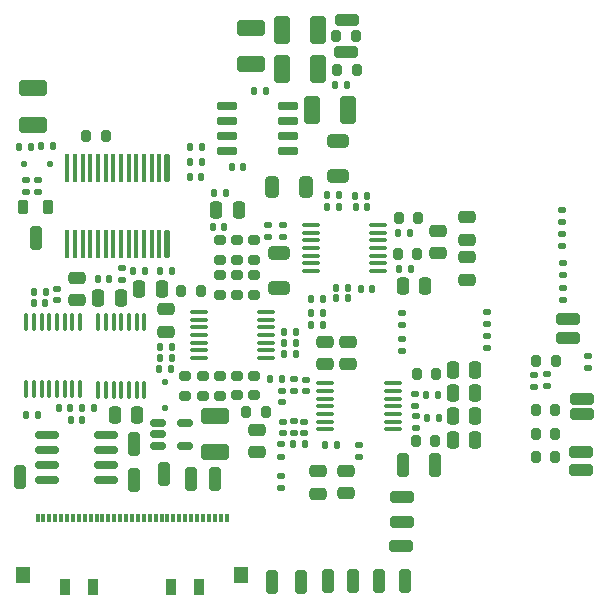
<source format=gbr>
%TF.GenerationSoftware,KiCad,Pcbnew,9.0.0*%
%TF.CreationDate,2025-11-21T22:56:44-08:00*%
%TF.ProjectId,MegaAV_Pro_VA0,4d656761-4156-45f5-9072-6f5f5641302e,rev?*%
%TF.SameCoordinates,Original*%
%TF.FileFunction,Paste,Top*%
%TF.FilePolarity,Positive*%
%FSLAX46Y46*%
G04 Gerber Fmt 4.6, Leading zero omitted, Abs format (unit mm)*
G04 Created by KiCad (PCBNEW 9.0.0) date 2025-11-21 22:56:44*
%MOMM*%
%LPD*%
G01*
G04 APERTURE LIST*
G04 Aperture macros list*
%AMRoundRect*
0 Rectangle with rounded corners*
0 $1 Rounding radius*
0 $2 $3 $4 $5 $6 $7 $8 $9 X,Y pos of 4 corners*
0 Add a 4 corners polygon primitive as box body*
4,1,4,$2,$3,$4,$5,$6,$7,$8,$9,$2,$3,0*
0 Add four circle primitives for the rounded corners*
1,1,$1+$1,$2,$3*
1,1,$1+$1,$4,$5*
1,1,$1+$1,$6,$7*
1,1,$1+$1,$8,$9*
0 Add four rect primitives between the rounded corners*
20,1,$1+$1,$2,$3,$4,$5,0*
20,1,$1+$1,$4,$5,$6,$7,0*
20,1,$1+$1,$6,$7,$8,$9,0*
20,1,$1+$1,$8,$9,$2,$3,0*%
G04 Aperture macros list end*
%ADD10RoundRect,0.200000X-0.200000X-0.275000X0.200000X-0.275000X0.200000X0.275000X-0.200000X0.275000X0*%
%ADD11RoundRect,0.140000X0.140000X0.170000X-0.140000X0.170000X-0.140000X-0.170000X0.140000X-0.170000X0*%
%ADD12RoundRect,0.140000X-0.140000X-0.170000X0.140000X-0.170000X0.140000X0.170000X-0.140000X0.170000X0*%
%ADD13RoundRect,0.250000X-0.250000X-0.750000X0.250000X-0.750000X0.250000X0.750000X-0.250000X0.750000X0*%
%ADD14RoundRect,0.135000X0.185000X-0.135000X0.185000X0.135000X-0.185000X0.135000X-0.185000X-0.135000X0*%
%ADD15RoundRect,0.135000X0.135000X0.185000X-0.135000X0.185000X-0.135000X-0.185000X0.135000X-0.185000X0*%
%ADD16RoundRect,0.135000X-0.135000X-0.185000X0.135000X-0.185000X0.135000X0.185000X-0.135000X0.185000X0*%
%ADD17RoundRect,0.100000X0.637500X0.100000X-0.637500X0.100000X-0.637500X-0.100000X0.637500X-0.100000X0*%
%ADD18RoundRect,0.140000X-0.170000X0.140000X-0.170000X-0.140000X0.170000X-0.140000X0.170000X0.140000X0*%
%ADD19RoundRect,0.200000X0.275000X-0.200000X0.275000X0.200000X-0.275000X0.200000X-0.275000X-0.200000X0*%
%ADD20RoundRect,0.250000X0.475000X-0.250000X0.475000X0.250000X-0.475000X0.250000X-0.475000X-0.250000X0*%
%ADD21RoundRect,0.200000X-0.275000X0.200000X-0.275000X-0.200000X0.275000X-0.200000X0.275000X0.200000X0*%
%ADD22RoundRect,0.200000X0.200000X0.275000X-0.200000X0.275000X-0.200000X-0.275000X0.200000X-0.275000X0*%
%ADD23RoundRect,0.250000X0.750000X-0.250000X0.750000X0.250000X-0.750000X0.250000X-0.750000X-0.250000X0*%
%ADD24RoundRect,0.250000X-0.250000X-0.475000X0.250000X-0.475000X0.250000X0.475000X-0.250000X0.475000X0*%
%ADD25RoundRect,0.135000X-0.185000X0.135000X-0.185000X-0.135000X0.185000X-0.135000X0.185000X0.135000X0*%
%ADD26RoundRect,0.218750X0.218750X0.381250X-0.218750X0.381250X-0.218750X-0.381250X0.218750X-0.381250X0*%
%ADD27RoundRect,0.250000X-0.925000X0.412500X-0.925000X-0.412500X0.925000X-0.412500X0.925000X0.412500X0*%
%ADD28RoundRect,0.106250X-0.106250X1.118750X-0.106250X-1.118750X0.106250X-1.118750X0.106250X1.118750X0*%
%ADD29RoundRect,0.100000X-0.100000X1.125000X-0.100000X-1.125000X0.100000X-1.125000X0.100000X1.125000X0*%
%ADD30RoundRect,0.250000X0.250000X0.475000X-0.250000X0.475000X-0.250000X-0.475000X0.250000X-0.475000X0*%
%ADD31RoundRect,0.100000X-0.637500X-0.100000X0.637500X-0.100000X0.637500X0.100000X-0.637500X0.100000X0*%
%ADD32RoundRect,0.250000X0.925000X-0.412500X0.925000X0.412500X-0.925000X0.412500X-0.925000X-0.412500X0*%
%ADD33RoundRect,0.250000X-0.412500X-0.925000X0.412500X-0.925000X0.412500X0.925000X-0.412500X0.925000X0*%
%ADD34RoundRect,0.250000X0.650000X-0.325000X0.650000X0.325000X-0.650000X0.325000X-0.650000X-0.325000X0*%
%ADD35RoundRect,0.150000X-0.512500X-0.150000X0.512500X-0.150000X0.512500X0.150000X-0.512500X0.150000X0*%
%ADD36RoundRect,0.150000X0.725000X0.150000X-0.725000X0.150000X-0.725000X-0.150000X0.725000X-0.150000X0*%
%ADD37RoundRect,0.140000X0.170000X-0.140000X0.170000X0.140000X-0.170000X0.140000X-0.170000X-0.140000X0*%
%ADD38RoundRect,0.250000X0.325000X0.650000X-0.325000X0.650000X-0.325000X-0.650000X0.325000X-0.650000X0*%
%ADD39RoundRect,0.250000X-0.475000X0.250000X-0.475000X-0.250000X0.475000X-0.250000X0.475000X0.250000X0*%
%ADD40R,0.300000X0.800000*%
%ADD41R,1.220000X1.400000*%
%ADD42R,0.850000X1.400000*%
%ADD43RoundRect,0.100000X0.100000X-0.637500X0.100000X0.637500X-0.100000X0.637500X-0.100000X-0.637500X0*%
%ADD44RoundRect,0.125000X-0.125000X-0.125000X0.125000X-0.125000X0.125000X0.125000X-0.125000X0.125000X0*%
%ADD45RoundRect,0.150000X0.825000X0.150000X-0.825000X0.150000X-0.825000X-0.150000X0.825000X-0.150000X0*%
%ADD46RoundRect,0.125000X0.125000X-0.125000X0.125000X0.125000X-0.125000X0.125000X-0.125000X-0.125000X0*%
G04 APERTURE END LIST*
D10*
%TO.C,R56*%
X196994696Y-96539750D03*
X198644696Y-96539750D03*
%TD*%
D11*
%TO.C,C39*%
X187485813Y-112715431D03*
X186525813Y-112715431D03*
%TD*%
D12*
%TO.C,C8*%
X176830000Y-117110000D03*
X177790000Y-117110000D03*
%TD*%
D13*
%TO.C,B_IN1*%
X182381242Y-133628613D03*
%TD*%
D14*
%TO.C,R21*%
X209725000Y-122970000D03*
X209725000Y-121950000D03*
%TD*%
D15*
%TO.C,R72*%
X187654016Y-109827898D03*
X186634016Y-109827898D03*
%TD*%
D12*
%TO.C,C31*%
X188147276Y-107608121D03*
X189107276Y-107608121D03*
%TD*%
D15*
%TO.C,R40*%
X203353910Y-116269479D03*
X202333910Y-116269479D03*
%TD*%
D13*
%TO.C,S_IN1*%
X170250000Y-133900000D03*
%TD*%
D11*
%TO.C,C17*%
X193567500Y-122530000D03*
X192607500Y-122530000D03*
%TD*%
D16*
%TO.C,R46*%
X198585000Y-110075000D03*
X199605000Y-110075000D03*
%TD*%
D13*
%TO.C,REGION*%
X171602004Y-113618487D03*
%TD*%
D17*
%TO.C,U7*%
X200537500Y-116450000D03*
X200537500Y-115800000D03*
X200537500Y-115150000D03*
X200537500Y-114500000D03*
X200537500Y-113850000D03*
X200537500Y-113200000D03*
X200537500Y-112550000D03*
X194812500Y-112550000D03*
X194812500Y-113200000D03*
X194812500Y-113850000D03*
X194812500Y-114500000D03*
X194812500Y-115150000D03*
X194812500Y-115800000D03*
X194812500Y-116450000D03*
%TD*%
D13*
%TO.C,G_IN1*%
X184724110Y-134073698D03*
%TD*%
D18*
%TO.C,C11*%
X192450000Y-129195000D03*
X192450000Y-130155000D03*
%TD*%
D19*
%TO.C,R13*%
X184212343Y-126993911D03*
X184212343Y-125343911D03*
%TD*%
D13*
%TO.C,CD_L1*%
X200620000Y-142700000D03*
%TD*%
%TO.C,CLK_IN1*%
X179862995Y-134148552D03*
%TD*%
D20*
%TO.C,C26*%
X205600662Y-114961633D03*
X205600662Y-113061633D03*
%TD*%
D14*
%TO.C,R63*%
X216145000Y-112275000D03*
X216145000Y-111255000D03*
%TD*%
D21*
%TO.C,R37*%
X188581609Y-116814454D03*
X188581609Y-118464454D03*
%TD*%
D22*
%TO.C,R26*%
X205443559Y-125141974D03*
X203793559Y-125141974D03*
%TD*%
D23*
%TO.C,SR3*%
X216650000Y-122125000D03*
%TD*%
D24*
%TO.C,C10*%
X176830000Y-118700000D03*
X178730000Y-118700000D03*
%TD*%
D25*
%TO.C,R32*%
X203740459Y-128700114D03*
X203740459Y-129720114D03*
%TD*%
D12*
%TO.C,C36*%
X198645000Y-111025000D03*
X199605000Y-111025000D03*
%TD*%
D26*
%TO.C,L1*%
X172561496Y-111034565D03*
X170436496Y-111034565D03*
%TD*%
D14*
%TO.C,R18*%
X192281530Y-132157988D03*
X192281530Y-131137988D03*
%TD*%
D23*
%TO.C,CHROMA1*%
X197845270Y-97905149D03*
%TD*%
D13*
%TO.C,GND2*%
X179858948Y-131075199D03*
%TD*%
D14*
%TO.C,R7*%
X193400000Y-126625000D03*
X193400000Y-125605000D03*
%TD*%
D15*
%TO.C,R27*%
X205610000Y-126925000D03*
X204590000Y-126925000D03*
%TD*%
D11*
%TO.C,C5*%
X182980984Y-124742600D03*
X182020984Y-124742600D03*
%TD*%
D23*
%TO.C,FM_R1*%
X202540000Y-137660000D03*
%TD*%
D20*
%TO.C,C4*%
X195460000Y-135290000D03*
X195460000Y-133390000D03*
%TD*%
D23*
%TO.C,HPL_SL2*%
X217825491Y-127271000D03*
%TD*%
D15*
%TO.C,R20*%
X183055381Y-122842576D03*
X182035381Y-122842576D03*
%TD*%
D10*
%TO.C,R15*%
X213872873Y-132177633D03*
X215522873Y-132177633D03*
%TD*%
D13*
%TO.C,HP_L1*%
X202675000Y-132875000D03*
%TD*%
D10*
%TO.C,R57*%
X197060751Y-99413531D03*
X198710751Y-99413531D03*
%TD*%
D11*
%TO.C,C18*%
X193567500Y-121610000D03*
X192607500Y-121610000D03*
%TD*%
D13*
%TO.C,HP_R1*%
X205325000Y-132865000D03*
%TD*%
D27*
%TO.C,C56*%
X186764264Y-128685429D03*
X186764264Y-131760429D03*
%TD*%
D21*
%TO.C,R38*%
X187116822Y-116799507D03*
X187116822Y-118449507D03*
%TD*%
D12*
%TO.C,C37*%
X199090000Y-117975000D03*
X200050000Y-117975000D03*
%TD*%
D28*
%TO.C,U8*%
X182662500Y-107755000D03*
D29*
X182025000Y-107755000D03*
X181375000Y-107755000D03*
X180725000Y-107755000D03*
X180075000Y-107755000D03*
X179425000Y-107755000D03*
X178775000Y-107755000D03*
X178125000Y-107755000D03*
X177475000Y-107755000D03*
X176825000Y-107755000D03*
X176175000Y-107755000D03*
X175525000Y-107755000D03*
X174875000Y-107755000D03*
X174225000Y-107755000D03*
X174225000Y-114205000D03*
X174875000Y-114205000D03*
X175525000Y-114205000D03*
X176175000Y-114205000D03*
X176825000Y-114205000D03*
X177475000Y-114205000D03*
X178125000Y-114205000D03*
X178775000Y-114205000D03*
X179425000Y-114205000D03*
X180075000Y-114205000D03*
X180725000Y-114205000D03*
X181375000Y-114205000D03*
X182025000Y-114205000D03*
D28*
X182662500Y-114205000D03*
%TD*%
D14*
%TO.C,R30*%
X213773039Y-126234349D03*
X213773039Y-125214349D03*
%TD*%
D15*
%TO.C,R41*%
X203235000Y-113200000D03*
X202215000Y-113200000D03*
%TD*%
%TO.C,R68*%
X171157773Y-105917981D03*
X170137773Y-105917981D03*
%TD*%
%TO.C,R48*%
X195885000Y-118800000D03*
X194865000Y-118800000D03*
%TD*%
D20*
%TO.C,C15*%
X198025000Y-124325000D03*
X198025000Y-122425000D03*
%TD*%
D30*
%TO.C,C38*%
X188751676Y-111277738D03*
X186851676Y-111277738D03*
%TD*%
D25*
%TO.C,R23*%
X202600000Y-122230000D03*
X202600000Y-123250000D03*
%TD*%
D13*
%TO.C,32X_L1*%
X196280000Y-142730000D03*
%TD*%
D31*
%TO.C,U3*%
X196057500Y-125950000D03*
X196057500Y-126600000D03*
X196057500Y-127250000D03*
X196057500Y-127900000D03*
X196057500Y-128550000D03*
X196057500Y-129200000D03*
X196057500Y-129850000D03*
X201782500Y-129850000D03*
X201782500Y-129200000D03*
X201782500Y-128550000D03*
X201782500Y-127900000D03*
X201782500Y-127250000D03*
X201782500Y-126600000D03*
X201782500Y-125950000D03*
%TD*%
D16*
%TO.C,R69*%
X182100000Y-116440000D03*
X183120000Y-116440000D03*
%TD*%
D19*
%TO.C,R14*%
X190054393Y-126951459D03*
X190054393Y-125301459D03*
%TD*%
D14*
%TO.C,R31*%
X203649079Y-127849561D03*
X203649079Y-126829561D03*
%TD*%
D25*
%TO.C,R22*%
X209750000Y-119925000D03*
X209750000Y-120945000D03*
%TD*%
D22*
%TO.C,R35*%
X185511639Y-118163918D03*
X183861639Y-118163918D03*
%TD*%
D23*
%TO.C,SL3*%
X216650000Y-120475000D03*
%TD*%
%TO.C,HPL_SL1*%
X217832965Y-128540707D03*
%TD*%
D14*
%TO.C,R25*%
X198935017Y-132160071D03*
X198935017Y-131140071D03*
%TD*%
D32*
%TO.C,C48*%
X171275000Y-104062500D03*
X171275000Y-100987500D03*
%TD*%
D11*
%TO.C,C32*%
X185570000Y-108520000D03*
X184610000Y-108520000D03*
%TD*%
D13*
%TO.C,R_IN1*%
X186729530Y-134029302D03*
%TD*%
D33*
%TO.C,C47*%
X192396688Y-99338485D03*
X195471688Y-99338485D03*
%TD*%
D25*
%TO.C,R61*%
X214845472Y-125203078D03*
X214845472Y-126223078D03*
%TD*%
D14*
%TO.C,R71*%
X178860000Y-117250000D03*
X178860000Y-116230000D03*
%TD*%
D18*
%TO.C,C49*%
X171759471Y-108774711D03*
X171759471Y-109734711D03*
%TD*%
D16*
%TO.C,R2*%
X171410000Y-118190000D03*
X172430000Y-118190000D03*
%TD*%
D10*
%TO.C,R17*%
X213938265Y-124046570D03*
X215588265Y-124046570D03*
%TD*%
D23*
%TO.C,HPR_SL2*%
X217724912Y-131807118D03*
%TD*%
D34*
%TO.C,C44*%
X197150000Y-108375000D03*
X197150000Y-105425000D03*
%TD*%
D35*
%TO.C,U9*%
X181923297Y-129331303D03*
X181923297Y-130281303D03*
X181923297Y-131231303D03*
X184198297Y-131231303D03*
X184198297Y-129331303D03*
%TD*%
D16*
%TO.C,R1*%
X182030399Y-123791699D03*
X183050399Y-123791699D03*
%TD*%
D14*
%TO.C,R19*%
X192320000Y-134820000D03*
X192320000Y-133800000D03*
%TD*%
D33*
%TO.C,C46*%
X192357453Y-96035241D03*
X195432453Y-96035241D03*
%TD*%
D11*
%TO.C,C6*%
X172370000Y-119180000D03*
X171410000Y-119180000D03*
%TD*%
D12*
%TO.C,C23*%
X174530362Y-129091467D03*
X175490362Y-129091467D03*
%TD*%
D22*
%TO.C,R39*%
X203839864Y-115025157D03*
X202189864Y-115025157D03*
%TD*%
D13*
%TO.C,GND1*%
X193970000Y-142820000D03*
%TD*%
%TO.C,5V1*%
X191510000Y-142820000D03*
%TD*%
D19*
%TO.C,R43*%
X190067882Y-115483500D03*
X190067882Y-113833500D03*
%TD*%
D30*
%TO.C,C28*%
X182204351Y-117940023D03*
X180304351Y-117940023D03*
%TD*%
D15*
%TO.C,R55*%
X197260000Y-110050000D03*
X196240000Y-110050000D03*
%TD*%
%TO.C,R28*%
X205660000Y-128875000D03*
X204640000Y-128875000D03*
%TD*%
D19*
%TO.C,R9*%
X185677130Y-126993911D03*
X185677130Y-125343911D03*
%TD*%
D11*
%TO.C,C34*%
X185605000Y-105975000D03*
X184645000Y-105975000D03*
%TD*%
D23*
%TO.C,LUMA1*%
X197910039Y-95181405D03*
%TD*%
D20*
%TO.C,C14*%
X196050000Y-124325000D03*
X196050000Y-122425000D03*
%TD*%
D36*
%TO.C,U6*%
X192880834Y-106277760D03*
X192880834Y-105007760D03*
X192880834Y-103737760D03*
X192880834Y-102467760D03*
X187730834Y-102467760D03*
X187730834Y-103737760D03*
X187730834Y-105007760D03*
X187730834Y-106277760D03*
%TD*%
D14*
%TO.C,R65*%
X216150000Y-116795000D03*
X216150000Y-115775000D03*
%TD*%
D16*
%TO.C,R49*%
X196240000Y-111050000D03*
X197260000Y-111050000D03*
%TD*%
D37*
%TO.C,C50*%
X170712693Y-109734711D03*
X170712693Y-108774711D03*
%TD*%
D18*
%TO.C,C12*%
X194425000Y-125640000D03*
X194425000Y-126600000D03*
%TD*%
D20*
%TO.C,C27*%
X208050662Y-113786633D03*
X208050662Y-111886633D03*
%TD*%
D15*
%TO.C,R3*%
X176480000Y-128040000D03*
X175460000Y-128040000D03*
%TD*%
D22*
%TO.C,R29*%
X205364253Y-130878458D03*
X203714253Y-130878458D03*
%TD*%
D38*
%TO.C,C43*%
X194463383Y-109304456D03*
X191513383Y-109304456D03*
%TD*%
D20*
%TO.C,C24*%
X208050662Y-117186633D03*
X208050662Y-115286633D03*
%TD*%
D13*
%TO.C,CD_R1*%
X202790000Y-142700000D03*
%TD*%
D37*
%TO.C,C13*%
X194300000Y-130175000D03*
X194300000Y-129215000D03*
%TD*%
D20*
%TO.C,C1*%
X175050000Y-118900000D03*
X175050000Y-117000000D03*
%TD*%
D33*
%TO.C,C45*%
X194937500Y-102800000D03*
X198012500Y-102800000D03*
%TD*%
D16*
%TO.C,R6*%
X170760000Y-128680000D03*
X171780000Y-128680000D03*
%TD*%
D25*
%TO.C,R8*%
X193375000Y-129180000D03*
X193375000Y-130200000D03*
%TD*%
D30*
%TO.C,C55*%
X180136731Y-128643255D03*
X178236731Y-128643255D03*
%TD*%
D19*
%TO.C,R44*%
X188603095Y-115476027D03*
X188603095Y-113826027D03*
%TD*%
D15*
%TO.C,R4*%
X192371088Y-125597715D03*
X191351088Y-125597715D03*
%TD*%
D30*
%TO.C,C19*%
X208750000Y-124800000D03*
X206850000Y-124800000D03*
%TD*%
D39*
%TO.C,C29*%
X182544235Y-119700010D03*
X182544235Y-121600010D03*
%TD*%
D10*
%TO.C,R33*%
X213895293Y-130215865D03*
X215545293Y-130215865D03*
%TD*%
D20*
%TO.C,C54*%
X190264255Y-131776439D03*
X190264255Y-129876439D03*
%TD*%
D16*
%TO.C,R66*%
X196871919Y-100674356D03*
X197891919Y-100674356D03*
%TD*%
D30*
%TO.C,C21*%
X208750000Y-128750000D03*
X206850000Y-128750000D03*
%TD*%
D23*
%TO.C,HPR_SL1*%
X217729895Y-133270659D03*
%TD*%
D15*
%TO.C,R70*%
X180820000Y-116440000D03*
X179800000Y-116440000D03*
%TD*%
D30*
%TO.C,C22*%
X208750000Y-130725000D03*
X206850000Y-130725000D03*
%TD*%
D34*
%TO.C,C42*%
X192175000Y-117900000D03*
X192175000Y-114950000D03*
%TD*%
D16*
%TO.C,R47*%
X196940000Y-118775000D03*
X197960000Y-118775000D03*
%TD*%
D30*
%TO.C,C20*%
X208750000Y-126775000D03*
X206850000Y-126775000D03*
%TD*%
D15*
%TO.C,R16*%
X195910807Y-121043428D03*
X194890807Y-121043428D03*
%TD*%
D12*
%TO.C,C7*%
X173530000Y-128050000D03*
X174490000Y-128050000D03*
%TD*%
%TO.C,C35*%
X196995000Y-117850000D03*
X197955000Y-117850000D03*
%TD*%
D40*
%TO.C,Z1*%
X171700000Y-137360000D03*
X172200000Y-137360000D03*
X172700000Y-137360000D03*
X173200000Y-137360000D03*
X173700000Y-137360000D03*
X174200000Y-137360000D03*
X174700000Y-137360000D03*
X175200000Y-137360000D03*
X175700000Y-137360000D03*
X176200000Y-137360000D03*
X176700000Y-137360000D03*
X177200000Y-137360000D03*
X177700000Y-137360000D03*
X178200000Y-137360000D03*
X178700000Y-137360000D03*
X179200000Y-137360000D03*
X179700000Y-137360000D03*
X180200000Y-137360000D03*
X180700000Y-137360000D03*
X181200000Y-137360000D03*
X181700000Y-137360000D03*
X182200000Y-137360000D03*
X182700000Y-137360000D03*
X183200000Y-137360000D03*
X183700000Y-137360000D03*
X184200000Y-137360000D03*
X184700000Y-137360000D03*
X185200000Y-137360000D03*
X185700000Y-137360000D03*
X186200000Y-137360000D03*
X186700000Y-137360000D03*
X187200000Y-137360000D03*
X187700000Y-137360000D03*
D41*
X170460000Y-142210000D03*
D42*
X174025000Y-143220000D03*
X176375000Y-143220000D03*
X183025000Y-143220000D03*
X185375000Y-143220000D03*
D41*
X188940000Y-142210000D03*
%TD*%
D20*
%TO.C,C3*%
X197830000Y-135280000D03*
X197830000Y-133380000D03*
%TD*%
D23*
%TO.C,FM_L1*%
X202510000Y-139750000D03*
%TD*%
D16*
%TO.C,R5*%
X193315000Y-131100000D03*
X194335000Y-131100000D03*
%TD*%
D43*
%TO.C,U1*%
X176835000Y-126497500D03*
X177485000Y-126497500D03*
X178135000Y-126497500D03*
X178785000Y-126497500D03*
X179435000Y-126497500D03*
X180085000Y-126497500D03*
X180735000Y-126497500D03*
X180735000Y-120772500D03*
X180085000Y-120772500D03*
X179435000Y-120772500D03*
X178785000Y-120772500D03*
X178135000Y-120772500D03*
X177485000Y-120772500D03*
X176835000Y-120772500D03*
%TD*%
D16*
%TO.C,R59*%
X171998651Y-105873140D03*
X173018651Y-105873140D03*
%TD*%
D19*
%TO.C,R10*%
X187134444Y-126993911D03*
X187134444Y-125343911D03*
%TD*%
D44*
%TO.C,D2*%
X170526869Y-107375294D03*
X172726869Y-107375294D03*
%TD*%
D25*
%TO.C,R60*%
X218341897Y-123638145D03*
X218341897Y-124658145D03*
%TD*%
D10*
%TO.C,R34*%
X213899030Y-128257158D03*
X215549030Y-128257158D03*
%TD*%
D14*
%TO.C,R54*%
X191250000Y-113560000D03*
X191250000Y-112540000D03*
%TD*%
D11*
%TO.C,C16*%
X193567500Y-123450000D03*
X192607500Y-123450000D03*
%TD*%
D16*
%TO.C,R67*%
X190039749Y-101205031D03*
X191059749Y-101205031D03*
%TD*%
D14*
%TO.C,R62*%
X216145000Y-114305000D03*
X216145000Y-113285000D03*
%TD*%
D10*
%TO.C,R58*%
X175810594Y-104999939D03*
X177460594Y-104999939D03*
%TD*%
D12*
%TO.C,C30*%
X196070000Y-131150000D03*
X197030000Y-131150000D03*
%TD*%
D43*
%TO.C,U2*%
X170760000Y-126480000D03*
X171410000Y-126480000D03*
X172060000Y-126480000D03*
X172710000Y-126480000D03*
X173360000Y-126480000D03*
X174010000Y-126480000D03*
X174660000Y-126480000D03*
X175310000Y-126480000D03*
X175310000Y-120755000D03*
X174660000Y-120755000D03*
X174010000Y-120755000D03*
X173360000Y-120755000D03*
X172710000Y-120755000D03*
X172060000Y-120755000D03*
X171410000Y-120755000D03*
X170760000Y-120755000D03*
%TD*%
D24*
%TO.C,C25*%
X202622567Y-117738003D03*
X204522567Y-117738003D03*
%TD*%
D17*
%TO.C,U4*%
X191070000Y-123830000D03*
X191070000Y-123180000D03*
X191070000Y-122530000D03*
X191070000Y-121880000D03*
X191070000Y-121230000D03*
X191070000Y-120580000D03*
X191070000Y-119930000D03*
X185345000Y-119930000D03*
X185345000Y-120580000D03*
X185345000Y-121230000D03*
X185345000Y-121880000D03*
X185345000Y-122530000D03*
X185345000Y-123180000D03*
X185345000Y-123830000D03*
%TD*%
D14*
%TO.C,R52*%
X192500000Y-113550000D03*
X192500000Y-112530000D03*
%TD*%
D10*
%TO.C,R12*%
X189382413Y-128363756D03*
X191032413Y-128363756D03*
%TD*%
D19*
%TO.C,R11*%
X188600816Y-126987580D03*
X188600816Y-125337580D03*
%TD*%
D37*
%TO.C,C2*%
X173350000Y-118900000D03*
X173350000Y-117940000D03*
%TD*%
D13*
%TO.C,32X_R1*%
X198440000Y-142720000D03*
%TD*%
D25*
%TO.C,R24*%
X202575000Y-119980000D03*
X202575000Y-121000000D03*
%TD*%
D18*
%TO.C,C9*%
X192400000Y-126620000D03*
X192400000Y-127580000D03*
%TD*%
D15*
%TO.C,R53*%
X195885000Y-119975000D03*
X194865000Y-119975000D03*
%TD*%
D14*
%TO.C,R64*%
X216150000Y-118895000D03*
X216150000Y-117875000D03*
%TD*%
D11*
%TO.C,C33*%
X185590000Y-107230000D03*
X184630000Y-107230000D03*
%TD*%
D45*
%TO.C,U5*%
X177478296Y-134179826D03*
X177478296Y-132909826D03*
X177478296Y-131639826D03*
X177478296Y-130369826D03*
X172528296Y-130369826D03*
X172528296Y-131639826D03*
X172528296Y-132909826D03*
X172528296Y-134179826D03*
%TD*%
D22*
%TO.C,R42*%
X203936084Y-111946738D03*
X202286084Y-111946738D03*
%TD*%
D32*
%TO.C,C41*%
X189775000Y-98962500D03*
X189775000Y-95887500D03*
%TD*%
D46*
%TO.C,D1*%
X182506976Y-128044125D03*
X182506976Y-125844125D03*
%TD*%
D21*
%TO.C,R36*%
X190046396Y-116806981D03*
X190046396Y-118456981D03*
%TD*%
D23*
%TO.C,P1*%
X202530000Y-135610000D03*
%TD*%
D19*
%TO.C,R45*%
X187145781Y-115498447D03*
X187145781Y-113848447D03*
%TD*%
M02*

</source>
